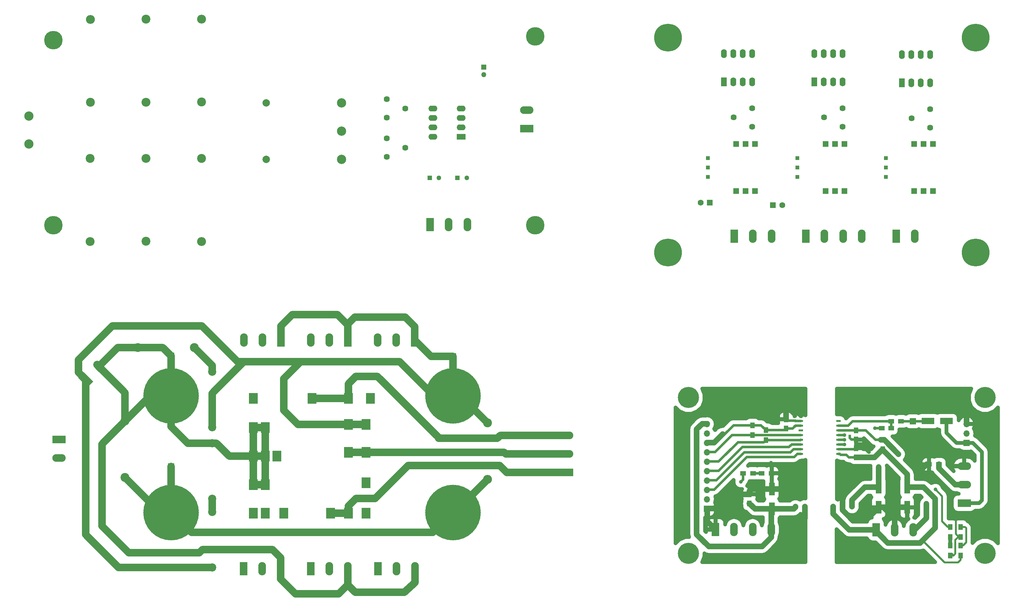
<source format=gtl>
G04 #@! TF.FileFunction,Copper,L1,Top,Signal*
%FSLAX46Y46*%
G04 Gerber Fmt 4.6, Leading zero omitted, Abs format (unit mm)*
G04 Created by KiCad (PCBNEW 4.0.6) date 2017 August 07, Monday 22:44:53*
%MOMM*%
%LPD*%
G01*
G04 APERTURE LIST*
%ADD10C,0.100000*%
%ADD11R,2.100000X3.600000*%
%ADD12O,2.100000X3.600000*%
%ADD13R,2.400000X1.600000*%
%ADD14O,2.400000X1.600000*%
%ADD15R,1.350000X1.350000*%
%ADD16O,1.350000X1.350000*%
%ADD17R,3.600000X2.100000*%
%ADD18O,3.600000X2.100000*%
%ADD19C,2.400000*%
%ADD20O,2.400000X2.400000*%
%ADD21C,2.500000*%
%ADD22R,1.300000X1.300000*%
%ADD23C,1.300000*%
%ADD24C,5.000000*%
%ADD25C,2.000000*%
%ADD26C,1.620000*%
%ADD27R,2.400000X3.000000*%
%ADD28R,1.700000X1.700000*%
%ADD29C,2.200000*%
%ADD30C,15.000000*%
%ADD31C,2.100000*%
%ADD32O,1.700000X1.700000*%
%ADD33R,1.250000X1.500000*%
%ADD34R,1.500000X1.250000*%
%ADD35R,1.500000X1.300000*%
%ADD36R,3.500000X1.800000*%
%ADD37R,1.300000X1.500000*%
%ADD38R,1.143000X0.508000*%
%ADD39R,1.600000X3.500000*%
%ADD40C,1.524000*%
%ADD41C,5.700000*%
%ADD42R,0.750000X0.800000*%
%ADD43R,1.600000X2.400000*%
%ADD44O,1.600000X2.400000*%
%ADD45R,1.600000X1.600000*%
%ADD46C,1.600000*%
%ADD47R,1.100000X1.100000*%
%ADD48R,1.500000X1.500000*%
%ADD49C,7.500000*%
%ADD50C,1.000000*%
%ADD51C,0.600000*%
%ADD52C,0.700000*%
%ADD53C,1.500000*%
%ADD54C,2.000000*%
%ADD55C,0.400000*%
%ADD56C,1.000000*%
%ADD57C,0.500000*%
G04 APERTURE END LIST*
D10*
D11*
X131445000Y-79476600D03*
D12*
X136445000Y-79476600D03*
X141445000Y-79476600D03*
D13*
X139827000Y-55753000D03*
D14*
X132207000Y-48133000D03*
X139827000Y-53213000D03*
X132207000Y-50673000D03*
X139827000Y-50673000D03*
X132207000Y-53213000D03*
X139827000Y-48133000D03*
X132207000Y-55753000D03*
D15*
X145923000Y-36957000D03*
D16*
X145923000Y-38957000D03*
D17*
X157454600Y-53568600D03*
D18*
X157454600Y-48568600D03*
D19*
X39751000Y-61595000D03*
D20*
X39751000Y-83995000D03*
D19*
X39769000Y-46431200D03*
D20*
X39769000Y-24031200D03*
D19*
X54769000Y-83947000D03*
D20*
X54769000Y-61547000D03*
D19*
X54769000Y-24003000D03*
D20*
X54769000Y-46403000D03*
D19*
X69769000Y-61595000D03*
D20*
X69769000Y-83995000D03*
D19*
X69769000Y-46355000D03*
D20*
X69769000Y-23955000D03*
D21*
X23241000Y-57665000D03*
X23241000Y-50165000D03*
D22*
X131318000Y-66802000D03*
D23*
X133818000Y-66802000D03*
D22*
X138811000Y-66802000D03*
D23*
X141311000Y-66802000D03*
D24*
X159769000Y-28645000D03*
X159769000Y-79645000D03*
X29769000Y-79645000D03*
X29769000Y-29645000D03*
D25*
X87249000Y-61849000D03*
X87249000Y-46609000D03*
D21*
X107569000Y-61849000D03*
X107569000Y-54229000D03*
X107569000Y-46609000D03*
D26*
X119735600Y-45596800D03*
X124735600Y-48096800D03*
X119735600Y-50596800D03*
X119735600Y-56163200D03*
X124735600Y-58663200D03*
X119735600Y-61163200D03*
D27*
X83762000Y-126372000D03*
X83762000Y-149632000D03*
X83762000Y-134222000D03*
X86942000Y-149632000D03*
X86942000Y-134222000D03*
X83762000Y-141922000D03*
X86942000Y-141922000D03*
X90112000Y-141922000D03*
X83762000Y-157322000D03*
X86942000Y-157322000D03*
X91942000Y-157322000D03*
X99562000Y-126372000D03*
X104562000Y-157322000D03*
X109362000Y-157322000D03*
X114162000Y-157322000D03*
X114162000Y-149122000D03*
X109362000Y-133332000D03*
X109362000Y-126372000D03*
X109362000Y-140922000D03*
X114162000Y-140922000D03*
X114162000Y-133332000D03*
X115362000Y-126372000D03*
D28*
X61518800Y-114858800D03*
X61518800Y-144703800D03*
X137591800Y-114985800D03*
D29*
X72644000Y-171958000D03*
X72644000Y-156958000D03*
X72644000Y-153416000D03*
X72644000Y-138416000D03*
X72644000Y-134112000D03*
X72644000Y-119112000D03*
D19*
X146939000Y-132969000D03*
D20*
X146939000Y-148209000D03*
D19*
X49149000Y-147701000D03*
D20*
X49149000Y-132461000D03*
D19*
X67818000Y-112649000D03*
D20*
X52578000Y-112649000D03*
D30*
X137562000Y-157152000D03*
X137562000Y-125652000D03*
X61562000Y-125652000D03*
X61562000Y-157152000D03*
D11*
X91186000Y-110617000D03*
D12*
X86186000Y-110617000D03*
X81186000Y-110617000D03*
D11*
X81127600Y-172339000D03*
D12*
X86127600Y-172339000D03*
X91127600Y-172339000D03*
D11*
X109220000Y-110617000D03*
D12*
X104220000Y-110617000D03*
X99220000Y-110617000D03*
D11*
X99263200Y-172339000D03*
D12*
X104263200Y-172339000D03*
X109263200Y-172339000D03*
D11*
X127254000Y-110617000D03*
D12*
X122254000Y-110617000D03*
X117254000Y-110617000D03*
D11*
X117348000Y-172339000D03*
D12*
X122348000Y-172339000D03*
X127348000Y-172339000D03*
D17*
X168275000Y-146304000D03*
D18*
X168275000Y-141304000D03*
X168275000Y-136304000D03*
D17*
X31369000Y-137414000D03*
D18*
X31369000Y-142414000D03*
D10*
G36*
X39062130Y-123300254D02*
X36516546Y-120754670D01*
X38001470Y-119269746D01*
X40547054Y-121815330D01*
X39062130Y-123300254D01*
X39062130Y-123300254D01*
G37*
D31*
X41537004Y-117219136D02*
X42597664Y-118279796D01*
D28*
X276092000Y-138329000D03*
D32*
X276092000Y-135789000D03*
X276092000Y-133249000D03*
D17*
X275492000Y-154629000D03*
D18*
X275492000Y-149629000D03*
X275492000Y-144629000D03*
D33*
X227392000Y-134479000D03*
X227392000Y-131979000D03*
D34*
X255742000Y-134429000D03*
X253242000Y-134429000D03*
D33*
X253492000Y-137561000D03*
X253492000Y-140061000D03*
X246316500Y-134957500D03*
X246316500Y-137457500D03*
X246316500Y-139783500D03*
X246316500Y-142283500D03*
D35*
X223536500Y-146558000D03*
X220836500Y-146558000D03*
D36*
X270724000Y-132461000D03*
X265724000Y-132461000D03*
D28*
X206092000Y-156129000D03*
D32*
X206092000Y-153589000D03*
X206092000Y-151049000D03*
X206092000Y-148509000D03*
X206092000Y-145969000D03*
X206092000Y-143429000D03*
X206092000Y-140889000D03*
X206092000Y-138349000D03*
X206092000Y-135809000D03*
X206092000Y-133269000D03*
D11*
X208407000Y-161734500D03*
D12*
X213407000Y-161734500D03*
X218407000Y-161734500D03*
X223407000Y-161734500D03*
D11*
X251714000Y-161861500D03*
D12*
X256714000Y-161861500D03*
X261714000Y-161861500D03*
D37*
X218376500Y-133587500D03*
X218376500Y-136287500D03*
D35*
X215820000Y-146558000D03*
X218520000Y-146558000D03*
D37*
X221996000Y-134921000D03*
X221996000Y-137621000D03*
D35*
X258442000Y-132529000D03*
X255742000Y-132529000D03*
X265985000Y-144145000D03*
X268685000Y-144145000D03*
D37*
X271742000Y-161029000D03*
X271742000Y-163729000D03*
X274492000Y-163729000D03*
X274492000Y-161029000D03*
D28*
X261592000Y-132529000D03*
D38*
X231394000Y-132461000D03*
X231394000Y-133731000D03*
X231394000Y-135001000D03*
X231394000Y-136271000D03*
X231394000Y-137541000D03*
X231394000Y-138811000D03*
X231394000Y-140081000D03*
X231394000Y-141351000D03*
X241554000Y-141351000D03*
X241554000Y-140081000D03*
X241554000Y-138811000D03*
X241554000Y-137541000D03*
X241554000Y-136271000D03*
X241554000Y-135001000D03*
X241554000Y-133731000D03*
X241554000Y-132461000D03*
D39*
X223583500Y-156179500D03*
X223583500Y-150779500D03*
D33*
X217551000Y-154729500D03*
X217551000Y-152229500D03*
D39*
X252412500Y-150335000D03*
X252412500Y-155735000D03*
X260096000Y-155735000D03*
X260096000Y-150335000D03*
D37*
X271742000Y-168729000D03*
X271742000Y-166029000D03*
X274492000Y-168729000D03*
X274492000Y-166029000D03*
D40*
X229997000Y-155575000D03*
X232537000Y-155575000D03*
X240157000Y-155575000D03*
X242697000Y-155575000D03*
X245237000Y-155575000D03*
D41*
X201092000Y-126129000D03*
X201092000Y-168129000D03*
X281092000Y-126129000D03*
X281092000Y-168129000D03*
D42*
X229792000Y-133879000D03*
X229792000Y-132379000D03*
X244592000Y-134979000D03*
X244592000Y-136479000D03*
X243492000Y-140079000D03*
X243492000Y-141579000D03*
D11*
X213487000Y-82550000D03*
D12*
X218487000Y-82550000D03*
X223487000Y-82550000D03*
D11*
X232791000Y-82550000D03*
D12*
X237791000Y-82550000D03*
X242791000Y-82550000D03*
X247791000Y-82550000D03*
D11*
X257175000Y-82550000D03*
D12*
X262175000Y-82550000D03*
D43*
X235077000Y-40894000D03*
D44*
X242697000Y-33274000D03*
X237617000Y-40894000D03*
X240157000Y-33274000D03*
X240157000Y-40894000D03*
X237617000Y-33274000D03*
X242697000Y-40894000D03*
X235077000Y-33274000D03*
D43*
X258699000Y-41148000D03*
D44*
X266319000Y-33528000D03*
X261239000Y-41148000D03*
X263779000Y-33528000D03*
X263779000Y-41148000D03*
X261239000Y-33528000D03*
X266319000Y-41148000D03*
X258699000Y-33528000D03*
D43*
X210693000Y-40894000D03*
D44*
X218313000Y-33274000D03*
X213233000Y-40894000D03*
X215773000Y-33274000D03*
X215773000Y-40894000D03*
X213233000Y-33274000D03*
X218313000Y-40894000D03*
X210693000Y-33274000D03*
D45*
X206883000Y-73533000D03*
D46*
X204383000Y-73533000D03*
D45*
X223901000Y-74168000D03*
D46*
X226401000Y-74168000D03*
D26*
X218313000Y-53006000D03*
X213313000Y-50506000D03*
X218313000Y-48006000D03*
X242697000Y-53006000D03*
X237697000Y-50506000D03*
X242697000Y-48006000D03*
X266319000Y-53260000D03*
X261319000Y-50760000D03*
X266319000Y-48260000D03*
D47*
X230441000Y-66548000D03*
X230441000Y-61468000D03*
X230441000Y-64008000D03*
D48*
X243141000Y-70358000D03*
X240601000Y-70358000D03*
X238061000Y-70358000D03*
X243141000Y-57658000D03*
X240601000Y-57658000D03*
X238061000Y-57658000D03*
D47*
X254317000Y-66548000D03*
X254317000Y-61468000D03*
X254317000Y-64008000D03*
D48*
X267017000Y-70358000D03*
X264477000Y-70358000D03*
X261937000Y-70358000D03*
X267017000Y-57658000D03*
X264477000Y-57658000D03*
X261937000Y-57658000D03*
D47*
X206311000Y-66548000D03*
X206311000Y-61468000D03*
X206311000Y-64008000D03*
D48*
X219011000Y-70358000D03*
X216471000Y-70358000D03*
X213931000Y-70358000D03*
X219011000Y-57658000D03*
X216471000Y-57658000D03*
X213931000Y-57658000D03*
D49*
X195573000Y-28976000D03*
X278573000Y-28976000D03*
X195573000Y-86976000D03*
X278573000Y-86976000D03*
D50*
X210312000Y-136017000D03*
X215265000Y-148844000D03*
X230492000Y-147429000D03*
X230492000Y-150929000D03*
X229892000Y-161429000D03*
X229892000Y-163829000D03*
X227392000Y-129429000D03*
X223392000Y-143729000D03*
X223492000Y-132429000D03*
D51*
X115570000Y-126390400D03*
X99466400Y-126542800D03*
X83769200Y-126339600D03*
X114350800Y-149250400D03*
X109362000Y-140922000D03*
X114162000Y-157322000D03*
X90112000Y-141922000D03*
X109321600Y-157581600D03*
X91942000Y-157322000D03*
X83762000Y-157322000D03*
X86942000Y-157322000D03*
D50*
X270792000Y-147329000D03*
X243192000Y-138829000D03*
X252392000Y-144929000D03*
X267692000Y-150929000D03*
X257746500Y-141414500D03*
X265303000Y-154813000D03*
X249692000Y-128929000D03*
X276092000Y-129929000D03*
X279992000Y-133229000D03*
X251392000Y-130429000D03*
X252992000Y-128829000D03*
X257592000Y-157929000D03*
X255792000Y-157929000D03*
X251392000Y-134429000D03*
X273192000Y-158329000D03*
X243992000Y-168129000D03*
X244092000Y-150229000D03*
X249792000Y-140829000D03*
X264007600Y-145516600D03*
X242760500Y-151892000D03*
X243192000Y-136229000D03*
X243192000Y-137529000D03*
D52*
X227392000Y-134479000D02*
X229192000Y-134479000D01*
X229192000Y-134479000D02*
X229792000Y-133879000D01*
X221996000Y-134921000D02*
X226950000Y-134921000D01*
X226950000Y-134921000D02*
X227392000Y-134479000D01*
X231394000Y-133731000D02*
X229940000Y-133731000D01*
X229940000Y-133731000D02*
X229792000Y-133879000D01*
X215820000Y-146558000D02*
X215820000Y-148289000D01*
X215820000Y-148289000D02*
X215265000Y-148844000D01*
D53*
X206184500Y-138303000D02*
X208026000Y-138303000D01*
X208026000Y-138303000D02*
X210312000Y-136017000D01*
D52*
X206184500Y-138303000D02*
X208534000Y-138303000D01*
X213249500Y-133587500D02*
X218376500Y-133587500D01*
X208534000Y-138303000D02*
X213249500Y-133587500D01*
X218376500Y-133587500D02*
X220662500Y-133587500D01*
X220662500Y-133587500D02*
X221996000Y-134921000D01*
D53*
X230492000Y-150929000D02*
X230492000Y-147429000D01*
X230408500Y-150845500D02*
X230408500Y-150779500D01*
X230492000Y-150929000D02*
X230408500Y-150845500D01*
X232537000Y-155575000D02*
X232537000Y-158784000D01*
X232537000Y-158784000D02*
X229892000Y-161429000D01*
X229892000Y-166529000D02*
X229892000Y-163829000D01*
X227392000Y-129429000D02*
X227392000Y-131979000D01*
D52*
X227392000Y-131979000D02*
X223942000Y-131979000D01*
X223536500Y-143873500D02*
X223536500Y-146558000D01*
X223392000Y-143729000D02*
X223536500Y-143873500D01*
X223942000Y-131979000D02*
X223492000Y-132429000D01*
X229792000Y-132379000D02*
X227792000Y-132379000D01*
X227792000Y-132379000D02*
X227392000Y-131979000D01*
X231394000Y-132461000D02*
X229874000Y-132461000D01*
X229874000Y-132461000D02*
X229792000Y-132379000D01*
X223536500Y-146558000D02*
X223536500Y-150732500D01*
X223536500Y-150732500D02*
X223583500Y-150779500D01*
D53*
X217551000Y-152229500D02*
X212006500Y-152229500D01*
X208153000Y-156083000D02*
X206184500Y-156083000D01*
X212006500Y-152229500D02*
X208153000Y-156083000D01*
X223583500Y-150779500D02*
X230408500Y-150779500D01*
X217551000Y-152229500D02*
X217551000Y-151384000D01*
X218155500Y-150779500D02*
X223583500Y-150779500D01*
X217551000Y-151384000D02*
X218155500Y-150779500D01*
X206184500Y-156083000D02*
X206184500Y-159512000D01*
X206184500Y-159512000D02*
X208407000Y-161734500D01*
D54*
X61562000Y-157152000D02*
X61648000Y-157152000D01*
X61648000Y-157152000D02*
X67030600Y-162534600D01*
X132179400Y-162534600D02*
X137562000Y-157152000D01*
X67030600Y-162534600D02*
X132179400Y-162534600D01*
X61562000Y-157152000D02*
X61562000Y-144747000D01*
X61562000Y-144747000D02*
X61518800Y-144703800D01*
X137562000Y-157152000D02*
X137996000Y-157152000D01*
X137996000Y-157152000D02*
X146939000Y-148209000D01*
X61562000Y-157152000D02*
X58600000Y-157152000D01*
X137562000Y-157152000D02*
X132027000Y-157152000D01*
X58600000Y-157152000D02*
X49149000Y-147701000D01*
X72644000Y-153416000D02*
X72644000Y-156958000D01*
X72644000Y-119112000D02*
X72644000Y-117475000D01*
X72644000Y-117475000D02*
X67818000Y-112649000D01*
X109362000Y-133332000D02*
X114162000Y-133332000D01*
X81534000Y-116459000D02*
X79502000Y-116459000D01*
X36576000Y-119329200D02*
X38531800Y-121285000D01*
X36576000Y-115951000D02*
X36576000Y-119329200D01*
X45720000Y-106807000D02*
X36576000Y-115951000D01*
X69850000Y-106807000D02*
X45720000Y-106807000D01*
X79502000Y-116459000D02*
X69850000Y-106807000D01*
X72644000Y-171958000D02*
X47371000Y-171958000D01*
X47371000Y-171958000D02*
X38531800Y-163118800D01*
X38531800Y-163118800D02*
X38531800Y-121285000D01*
X91186000Y-110617000D02*
X91186000Y-106807000D01*
X106426000Y-103759000D02*
X109220000Y-106553000D01*
X94234000Y-103759000D02*
X106426000Y-103759000D01*
X91186000Y-106807000D02*
X94234000Y-103759000D01*
X127254000Y-110617000D02*
X127254000Y-106934000D01*
X109220000Y-106299000D02*
X109220000Y-106553000D01*
X109220000Y-106553000D02*
X109220000Y-110617000D01*
X111125000Y-104394000D02*
X109220000Y-106299000D01*
X124714000Y-104394000D02*
X111125000Y-104394000D01*
X127254000Y-106934000D02*
X124714000Y-104394000D01*
X137591800Y-114985800D02*
X131622800Y-114985800D01*
X131622800Y-114985800D02*
X127254000Y-110617000D01*
X137562000Y-125652000D02*
X137562000Y-115015600D01*
X137562000Y-115015600D02*
X137591800Y-114985800D01*
X72644000Y-134112000D02*
X72644000Y-124968000D01*
X81153000Y-116459000D02*
X81534000Y-116459000D01*
X81534000Y-116459000D02*
X96520000Y-116459000D01*
X72644000Y-124968000D02*
X81153000Y-116459000D01*
X137562000Y-125652000D02*
X139622000Y-125652000D01*
X139622000Y-125652000D02*
X146939000Y-132969000D01*
X137562000Y-125652000D02*
X132383000Y-125652000D01*
X132383000Y-125652000D02*
X123190000Y-116459000D01*
X123190000Y-116459000D02*
X96520000Y-116459000D01*
X96520000Y-116459000D02*
X91948000Y-121031000D01*
X91948000Y-121031000D02*
X91948000Y-129540000D01*
X91948000Y-129540000D02*
X95740000Y-133332000D01*
X95740000Y-133332000D02*
X109362000Y-133332000D01*
X77279000Y-141922000D02*
X83762000Y-141922000D01*
X73773000Y-138416000D02*
X77279000Y-141922000D01*
X83762000Y-141922000D02*
X86942000Y-141922000D01*
X83762000Y-134222000D02*
X83762000Y-141922000D01*
X83762000Y-141922000D02*
X83762000Y-149632000D01*
X91127600Y-172339000D02*
X91127600Y-169359600D01*
X42926000Y-138684000D02*
X49149000Y-132461000D01*
X42926000Y-160782000D02*
X42926000Y-138684000D01*
X50139600Y-167995600D02*
X42926000Y-160782000D01*
X69138800Y-167995600D02*
X50139600Y-167995600D01*
X70002400Y-167132000D02*
X69138800Y-167995600D01*
X88900000Y-167132000D02*
X70002400Y-167132000D01*
X91127600Y-169359600D02*
X88900000Y-167132000D01*
X91127600Y-172339000D02*
X91127600Y-175074600D01*
X106807000Y-179070000D02*
X109263200Y-176613800D01*
X95123000Y-179070000D02*
X106807000Y-179070000D01*
X91127600Y-175074600D02*
X95123000Y-179070000D01*
X127373400Y-172491400D02*
X127373400Y-176029600D01*
X109263200Y-176700200D02*
X109263200Y-176613800D01*
X109263200Y-176613800D02*
X109263200Y-172339000D01*
X111252000Y-178689000D02*
X109263200Y-176700200D01*
X124460000Y-178689000D02*
X111252000Y-178689000D01*
X127373400Y-176029600D02*
X124460000Y-178689000D01*
X61562000Y-125652000D02*
X61562000Y-114902000D01*
X61562000Y-114902000D02*
X61518800Y-114858800D01*
X52578000Y-112649000D02*
X59309000Y-112649000D01*
X59309000Y-112649000D02*
X61518800Y-114858800D01*
X52578000Y-112649000D02*
X47167800Y-112649000D01*
X47167800Y-112649000D02*
X42067334Y-117749466D01*
X72644000Y-138416000D02*
X73773000Y-138416000D01*
X86942000Y-149632000D02*
X86942000Y-141922000D01*
X86942000Y-141922000D02*
X86942000Y-134222000D01*
X83762000Y-134222000D02*
X86942000Y-134222000D01*
X83762000Y-149632000D02*
X86942000Y-149632000D01*
X61562000Y-125652000D02*
X61562000Y-133952000D01*
X66026000Y-138416000D02*
X72644000Y-138416000D01*
X61562000Y-133952000D02*
X66026000Y-138416000D01*
X49149000Y-132461000D02*
X49149000Y-124831132D01*
X49149000Y-124831132D02*
X42067334Y-117749466D01*
X61562000Y-125652000D02*
X55958000Y-125652000D01*
X55958000Y-125652000D02*
X49149000Y-132461000D01*
D55*
X115570000Y-126390400D02*
X115551600Y-126372000D01*
X115551600Y-126372000D02*
X115362000Y-126372000D01*
D54*
X168275000Y-136304000D02*
X150335000Y-136304000D01*
X150335000Y-136304000D02*
X149504400Y-137134600D01*
X149504400Y-137134600D02*
X133705600Y-137134600D01*
D55*
X99466400Y-126542800D02*
X99562000Y-126447200D01*
X99562000Y-126447200D02*
X99562000Y-126372000D01*
D54*
X109362000Y-122413000D02*
X109362000Y-126372000D01*
X111379000Y-120396000D02*
X109362000Y-122413000D01*
X117221000Y-120396000D02*
X111379000Y-120396000D01*
X133604000Y-136779000D02*
X117221000Y-120396000D01*
X99562000Y-126372000D02*
X109362000Y-126372000D01*
D55*
X83769200Y-126339600D02*
X83762000Y-126346800D01*
X83762000Y-126346800D02*
X83762000Y-126372000D01*
X114350800Y-149250400D02*
X114222400Y-149122000D01*
X114222400Y-149122000D02*
X114162000Y-149122000D01*
X114222400Y-149122000D02*
X114162000Y-149122000D01*
D54*
X168275000Y-141304000D02*
X151812000Y-141304000D01*
X151812000Y-141304000D02*
X151430000Y-140922000D01*
X151430000Y-140922000D02*
X114162000Y-140922000D01*
X151812000Y-141304000D02*
X151430000Y-140922000D01*
X114162000Y-140922000D02*
X109362000Y-140922000D01*
X109362000Y-140922000D02*
X114162000Y-140922000D01*
X114544000Y-141304000D02*
X114162000Y-140922000D01*
X168275000Y-146304000D02*
X152097598Y-146304000D01*
X109362000Y-155407600D02*
X111455200Y-153314400D01*
X111455200Y-153314400D02*
X116583602Y-153314400D01*
X116583602Y-153314400D02*
X125476000Y-144422002D01*
X125476000Y-144422002D02*
X150215600Y-144422002D01*
X150215600Y-144422002D02*
X152097598Y-146304000D01*
X109362000Y-155407600D02*
X109362000Y-157322000D01*
D55*
X109321600Y-157581600D02*
X109362000Y-157541200D01*
X109362000Y-157541200D02*
X109362000Y-157322000D01*
D54*
X104562000Y-157322000D02*
X109362000Y-157322000D01*
D55*
X91942000Y-157372400D02*
X91942000Y-157322000D01*
D53*
X203327000Y-158178500D02*
X203327000Y-163068000D01*
X204787500Y-133223000D02*
X203327000Y-134683500D01*
X203327000Y-134683500D02*
X203327000Y-158178500D01*
X206184500Y-133223000D02*
X204787500Y-133223000D01*
X223407000Y-163879500D02*
X223407000Y-161734500D01*
X220980000Y-166306500D02*
X223407000Y-163879500D01*
X206565500Y-166306500D02*
X220980000Y-166306500D01*
X203327000Y-163068000D02*
X206565500Y-166306500D01*
X223407000Y-161734500D02*
X223407000Y-156356000D01*
X223407000Y-156356000D02*
X223583500Y-156179500D01*
X223583500Y-156179500D02*
X219001000Y-156179500D01*
X219001000Y-156179500D02*
X217551000Y-154729500D01*
X229997000Y-155575000D02*
X229997000Y-155702000D01*
X229997000Y-155702000D02*
X229519500Y-156179500D01*
X229519500Y-156179500D02*
X223583500Y-156179500D01*
D56*
X217551000Y-154729500D02*
X217551000Y-154876500D01*
X223407000Y-156356000D02*
X223583500Y-156179500D01*
X224058500Y-156654500D02*
X223583500Y-156179500D01*
D52*
X220836500Y-146558000D02*
X218520000Y-146558000D01*
D56*
X276092000Y-138329000D02*
X277792000Y-138329000D01*
X279492000Y-154629000D02*
X275492000Y-154629000D01*
X280292000Y-153829000D02*
X279492000Y-154629000D01*
X280292000Y-140829000D02*
X280292000Y-153829000D01*
X277792000Y-138329000D02*
X280292000Y-140829000D01*
X276092000Y-138329000D02*
X273392000Y-138329000D01*
X270724000Y-135661000D02*
X270724000Y-132461000D01*
X273392000Y-138329000D02*
X270724000Y-135661000D01*
D52*
X261592000Y-132529000D02*
X265656000Y-132529000D01*
X265656000Y-132529000D02*
X265724000Y-132461000D01*
X258442000Y-132529000D02*
X261592000Y-132529000D01*
D56*
X271719500Y-165931500D02*
X271719500Y-163551500D01*
D57*
X274492000Y-166029000D02*
X275192000Y-166029000D01*
X275692000Y-161029000D02*
X274492000Y-161029000D01*
X275992000Y-161329000D02*
X275692000Y-161029000D01*
X275992000Y-165229000D02*
X275992000Y-161329000D01*
X275192000Y-166029000D02*
X275992000Y-165229000D01*
D52*
X231394000Y-140081000D02*
X229425500Y-140081000D01*
X208597500Y-148463000D02*
X206184500Y-148463000D01*
X216154000Y-140906500D02*
X208597500Y-148463000D01*
X228600000Y-140906500D02*
X216154000Y-140906500D01*
X229425500Y-140081000D02*
X228600000Y-140906500D01*
X206184500Y-145923000D02*
X209232500Y-145923000D01*
X228917500Y-138811000D02*
X231394000Y-138811000D01*
X228219000Y-139509500D02*
X228917500Y-138811000D01*
X215646000Y-139509500D02*
X228219000Y-139509500D01*
X209232500Y-145923000D02*
X215646000Y-139509500D01*
X206184500Y-143383000D02*
X209232500Y-143383000D01*
X214439500Y-138176000D02*
X221441000Y-138176000D01*
X209232500Y-143383000D02*
X214439500Y-138176000D01*
X221441000Y-138176000D02*
X221996000Y-137621000D01*
X221996000Y-137621000D02*
X231314000Y-137621000D01*
X231314000Y-137621000D02*
X231394000Y-137541000D01*
X206184500Y-140843000D02*
X208280000Y-140843000D01*
X212835500Y-136287500D02*
X218376500Y-136287500D01*
X208280000Y-140843000D02*
X212835500Y-136287500D01*
X218376500Y-136287500D02*
X231377500Y-136287500D01*
X231377500Y-136287500D02*
X231394000Y-136271000D01*
D53*
X268685000Y-144145000D02*
X268685000Y-145222000D01*
X268685000Y-145222000D02*
X270792000Y-147329000D01*
X275492000Y-149629000D02*
X273092000Y-149629000D01*
X273092000Y-149629000D02*
X270792000Y-147329000D01*
D52*
X241554000Y-138811000D02*
X243174000Y-138811000D01*
X243174000Y-138811000D02*
X243192000Y-138829000D01*
D53*
X252412500Y-150335000D02*
X252412500Y-144949500D01*
X252412500Y-144949500D02*
X252392000Y-144929000D01*
D52*
X246316500Y-134957500D02*
X248920500Y-134957500D01*
X251524000Y-137561000D02*
X253492000Y-137561000D01*
X248920500Y-134957500D02*
X251524000Y-137561000D01*
D57*
X271742000Y-161029000D02*
X270992000Y-161029000D01*
X269492000Y-152729000D02*
X267692000Y-150929000D01*
X269492000Y-159529000D02*
X269492000Y-152729000D01*
X270992000Y-161029000D02*
X269492000Y-159529000D01*
D52*
X244592000Y-134979000D02*
X246295000Y-134979000D01*
X246295000Y-134979000D02*
X246316500Y-134957500D01*
X241554000Y-135001000D02*
X244570000Y-135001000D01*
X244570000Y-135001000D02*
X244592000Y-134979000D01*
D53*
X253492000Y-137561000D02*
X253893000Y-137561000D01*
X253893000Y-137561000D02*
X257746500Y-141414500D01*
X253004000Y-137561000D02*
X253492000Y-137561000D01*
D52*
X246273000Y-135001000D02*
X246316500Y-134957500D01*
D53*
X261714000Y-161861500D02*
X262128000Y-161861500D01*
X262128000Y-161861500D02*
X265303000Y-158686500D01*
X265303000Y-158686500D02*
X265303000Y-154813000D01*
X252412500Y-149161500D02*
X252412500Y-150335000D01*
X245237000Y-155575000D02*
X245237000Y-153797000D01*
X248699000Y-150335000D02*
X252412500Y-150335000D01*
X245237000Y-153797000D02*
X248699000Y-150335000D01*
X276092000Y-133249000D02*
X276092000Y-129929000D01*
X279992000Y-133249000D02*
X280212000Y-133249000D01*
X279992000Y-133229000D02*
X279992000Y-133249000D01*
X252992000Y-128829000D02*
X251392000Y-130429000D01*
X255792000Y-157929000D02*
X255819000Y-157902000D01*
X255819000Y-157902000D02*
X255792000Y-157929000D01*
X255792000Y-157929000D02*
X255792000Y-157875000D01*
D52*
X253242000Y-134429000D02*
X251392000Y-134429000D01*
D57*
X273192000Y-162929000D02*
X273192000Y-158329000D01*
X273192000Y-162929000D02*
X273992000Y-163729000D01*
D53*
X280792000Y-158329000D02*
X273192000Y-158329000D01*
X282792000Y-156329000D02*
X280792000Y-158329000D01*
X282792000Y-135829000D02*
X282792000Y-156329000D01*
X280212000Y-133249000D02*
X282792000Y-135829000D01*
D57*
X274492000Y-163729000D02*
X273992000Y-163729000D01*
X274492000Y-163729000D02*
X273892000Y-163729000D01*
D56*
X246316500Y-138729000D02*
X247692000Y-138729000D01*
X247692000Y-138729000D02*
X249792000Y-140829000D01*
X246316500Y-139783500D02*
X246316500Y-138729000D01*
X246316500Y-138729000D02*
X246316500Y-137457500D01*
D52*
X243492000Y-140079000D02*
X246021000Y-140079000D01*
X246021000Y-140079000D02*
X246316500Y-139783500D01*
X244592000Y-136479000D02*
X244592000Y-137029000D01*
X244592000Y-137029000D02*
X245020500Y-137457500D01*
X245020500Y-137457500D02*
X246316500Y-137457500D01*
X241554000Y-140081000D02*
X243490000Y-140081000D01*
X243490000Y-140081000D02*
X243492000Y-140079000D01*
D57*
X265379200Y-144145000D02*
X265985000Y-144145000D01*
X271742000Y-168729000D02*
X272592000Y-168729000D01*
X272592000Y-168729000D02*
X273092000Y-168229000D01*
X273092000Y-168229000D02*
X273092000Y-164529000D01*
X273092000Y-164529000D02*
X273892000Y-163729000D01*
D53*
X265985000Y-144145000D02*
X265379200Y-144145000D01*
X265379200Y-144145000D02*
X264007600Y-145516600D01*
X242697000Y-155575000D02*
X242697000Y-151955500D01*
X242697000Y-151955500D02*
X242760500Y-151892000D01*
D56*
X271719500Y-168631500D02*
X272084000Y-168631500D01*
D53*
X252412500Y-155735000D02*
X253652000Y-155735000D01*
X256714000Y-158797000D02*
X256714000Y-161861500D01*
X253652000Y-155735000D02*
X255792000Y-157875000D01*
X255792000Y-157875000D02*
X256714000Y-158797000D01*
X252412500Y-155735000D02*
X260096000Y-155735000D01*
X242697000Y-155575000D02*
X242697000Y-156527500D01*
X242697000Y-156527500D02*
X244665500Y-158496000D01*
X244665500Y-158496000D02*
X249651500Y-158496000D01*
X249651500Y-158496000D02*
X252412500Y-155735000D01*
D52*
X246019000Y-140081000D02*
X246316500Y-139783500D01*
D57*
X274492000Y-168729000D02*
X274492000Y-169929000D01*
X270192000Y-170629000D02*
X264252750Y-164689750D01*
X273792000Y-170629000D02*
X270192000Y-170629000D01*
X274492000Y-169929000D02*
X273792000Y-170629000D01*
D52*
X243492000Y-141579000D02*
X243642000Y-141579000D01*
X243642000Y-141579000D02*
X244346500Y-142283500D01*
X244346500Y-142283500D02*
X246316500Y-142283500D01*
X241554000Y-141351000D02*
X241914000Y-141351000D01*
X241914000Y-141351000D02*
X242142000Y-141579000D01*
X242142000Y-141579000D02*
X243492000Y-141579000D01*
D53*
X253492000Y-140061000D02*
X253492000Y-140208000D01*
X253492000Y-140208000D02*
X260096000Y-146812000D01*
X260096000Y-146812000D02*
X260096000Y-150335000D01*
X248539000Y-142283500D02*
X251269500Y-142283500D01*
X251269500Y-142283500D02*
X253492000Y-140061000D01*
X251714000Y-161861500D02*
X251714000Y-162179000D01*
X251714000Y-162179000D02*
X254889000Y-165354000D01*
X264508000Y-150335000D02*
X260096000Y-150335000D01*
X267652500Y-153479500D02*
X264508000Y-150335000D01*
X267652500Y-161290000D02*
X267652500Y-153479500D01*
X263588500Y-165354000D02*
X264252750Y-164689750D01*
X264252750Y-164689750D02*
X267652500Y-161290000D01*
X254889000Y-165354000D02*
X263588500Y-165354000D01*
X240157000Y-155575000D02*
X240157000Y-157543500D01*
X244475000Y-161861500D02*
X251714000Y-161861500D01*
X240157000Y-157543500D02*
X244475000Y-161861500D01*
X246316500Y-142283500D02*
X248539000Y-142283500D01*
D52*
X206184500Y-151003000D02*
X208026000Y-151003000D01*
X230441500Y-141351000D02*
X231394000Y-141351000D01*
X229616000Y-142176500D02*
X230441500Y-141351000D01*
X216852500Y-142176500D02*
X229616000Y-142176500D01*
X208026000Y-151003000D02*
X216852500Y-142176500D01*
X241554000Y-136271000D02*
X243150000Y-136271000D01*
X243150000Y-136271000D02*
X243192000Y-136229000D01*
X241554000Y-137541000D02*
X243180000Y-137541000D01*
X243180000Y-137541000D02*
X243192000Y-137529000D01*
X255742000Y-134429000D02*
X255742000Y-132529000D01*
X241554000Y-133731000D02*
X244190000Y-133731000D01*
X245392000Y-132529000D02*
X255742000Y-132529000D01*
X244190000Y-133731000D02*
X245392000Y-132529000D01*
D56*
G36*
X242884010Y-163452490D02*
X243613962Y-163940229D01*
X244475000Y-164111500D01*
X249219287Y-164111500D01*
X249239207Y-164217367D01*
X249567724Y-164727896D01*
X250068983Y-165070392D01*
X250664000Y-165190886D01*
X251543906Y-165190886D01*
X253298010Y-166944990D01*
X254027962Y-167432729D01*
X254889000Y-167604000D01*
X263588500Y-167604000D01*
X264449538Y-167432729D01*
X264492289Y-167404163D01*
X267667126Y-170579000D01*
X241048010Y-170579000D01*
X241071988Y-161640468D01*
X242884010Y-163452490D01*
X242884010Y-163452490D01*
G37*
X242884010Y-163452490D02*
X243613962Y-163940229D01*
X244475000Y-164111500D01*
X249219287Y-164111500D01*
X249239207Y-164217367D01*
X249567724Y-164727896D01*
X250068983Y-165070392D01*
X250664000Y-165190886D01*
X251543906Y-165190886D01*
X253298010Y-166944990D01*
X254027962Y-167432729D01*
X254889000Y-167604000D01*
X263588500Y-167604000D01*
X264449538Y-167432729D01*
X264492289Y-167404163D01*
X267667126Y-170579000D01*
X241048010Y-170579000D01*
X241071988Y-161640468D01*
X242884010Y-163452490D01*
G36*
X271792000Y-168679000D02*
X271812000Y-168679000D01*
X271812000Y-168779000D01*
X271792000Y-168779000D01*
X271792000Y-168799000D01*
X271692000Y-168799000D01*
X271692000Y-168779000D01*
X271672000Y-168779000D01*
X271672000Y-168679000D01*
X271692000Y-168679000D01*
X271692000Y-168659000D01*
X271792000Y-168659000D01*
X271792000Y-168679000D01*
X271792000Y-168679000D01*
G37*
X271792000Y-168679000D02*
X271812000Y-168679000D01*
X271812000Y-168779000D01*
X271792000Y-168779000D01*
X271792000Y-168799000D01*
X271692000Y-168799000D01*
X271692000Y-168779000D01*
X271672000Y-168779000D01*
X271672000Y-168679000D01*
X271692000Y-168679000D01*
X271692000Y-168659000D01*
X271792000Y-168659000D01*
X271792000Y-168679000D01*
G36*
X276742756Y-125259935D02*
X276741246Y-126990472D01*
X277402099Y-128589858D01*
X278624705Y-129814601D01*
X280222935Y-130478244D01*
X281953472Y-130479754D01*
X283552858Y-129818901D01*
X284542000Y-128831485D01*
X284542000Y-165427822D01*
X283559295Y-164443399D01*
X281961065Y-163779756D01*
X280230528Y-163778246D01*
X278631142Y-164439099D01*
X277717754Y-165350893D01*
X277742000Y-165229000D01*
X277742000Y-161329000D01*
X277608789Y-160659304D01*
X277229437Y-160091563D01*
X276929437Y-159791563D01*
X276370509Y-159418100D01*
X276238276Y-159212604D01*
X275737017Y-158870108D01*
X275142000Y-158749614D01*
X273842000Y-158749614D01*
X273286133Y-158854207D01*
X273120105Y-158961043D01*
X272987017Y-158870108D01*
X272392000Y-158749614D01*
X271242000Y-158749614D01*
X271242000Y-152729000D01*
X271108789Y-152059304D01*
X270729437Y-151491563D01*
X269637108Y-150399234D01*
X269388506Y-149797571D01*
X268826388Y-149234471D01*
X268091570Y-148929348D01*
X267295921Y-148928654D01*
X266579608Y-149224628D01*
X266098990Y-148744010D01*
X265369038Y-148256271D01*
X264508000Y-148085000D01*
X262346000Y-148085000D01*
X262346000Y-146812000D01*
X262174729Y-145950962D01*
X262032439Y-145738010D01*
X261686990Y-145221009D01*
X261035981Y-144570000D01*
X263735000Y-144570000D01*
X263735000Y-145093368D01*
X263963361Y-145644681D01*
X264385318Y-146066638D01*
X264936631Y-146295000D01*
X265560000Y-146295000D01*
X265935000Y-145920000D01*
X265935000Y-144195000D01*
X264110000Y-144195000D01*
X263735000Y-144570000D01*
X261035981Y-144570000D01*
X259662613Y-143196632D01*
X263735000Y-143196632D01*
X263735000Y-143720000D01*
X264110000Y-144095000D01*
X265935000Y-144095000D01*
X265935000Y-142370000D01*
X265560000Y-141995000D01*
X264936631Y-141995000D01*
X264385318Y-142223362D01*
X263963361Y-142645319D01*
X263735000Y-143196632D01*
X259662613Y-143196632D01*
X259391155Y-142925175D01*
X259825229Y-142275538D01*
X259996500Y-141414500D01*
X259825229Y-140553462D01*
X259337490Y-139823510D01*
X256097366Y-136583386D01*
X256492000Y-136583386D01*
X257047867Y-136478793D01*
X257558396Y-136150276D01*
X257900892Y-135649017D01*
X258021386Y-135054000D01*
X258021386Y-134708386D01*
X259192000Y-134708386D01*
X259747867Y-134603793D01*
X259814651Y-134560819D01*
X260146983Y-134787892D01*
X260742000Y-134908386D01*
X262442000Y-134908386D01*
X262997867Y-134803793D01*
X263219691Y-134661053D01*
X263378983Y-134769892D01*
X263974000Y-134890386D01*
X267474000Y-134890386D01*
X268029867Y-134785793D01*
X268221645Y-134662387D01*
X268378983Y-134769892D01*
X268724000Y-134839760D01*
X268724000Y-135660995D01*
X268723999Y-135661000D01*
X268876241Y-136426367D01*
X269309786Y-137075214D01*
X271977784Y-139743211D01*
X271977786Y-139743214D01*
X272558150Y-140131000D01*
X272626633Y-140176759D01*
X273392000Y-140329001D01*
X273392005Y-140329000D01*
X274268082Y-140329000D01*
X274646983Y-140587892D01*
X275242000Y-140708386D01*
X276942000Y-140708386D01*
X277279461Y-140644889D01*
X278292000Y-141657427D01*
X278292000Y-143191642D01*
X278080478Y-142861233D01*
X277264037Y-142292241D01*
X276292000Y-142079000D01*
X275542000Y-142079000D01*
X275542000Y-144579000D01*
X275562000Y-144579000D01*
X275562000Y-144679000D01*
X275542000Y-144679000D01*
X275542000Y-144699000D01*
X275442000Y-144699000D01*
X275442000Y-144679000D01*
X272567575Y-144679000D01*
X272231700Y-145077216D01*
X272366973Y-145558649D01*
X272657593Y-146012613D01*
X270964386Y-144319406D01*
X270964386Y-144180784D01*
X272231700Y-144180784D01*
X272567575Y-144579000D01*
X275442000Y-144579000D01*
X275442000Y-142079000D01*
X274692000Y-142079000D01*
X273719963Y-142292241D01*
X272903522Y-142861233D01*
X272366973Y-143699351D01*
X272231700Y-144180784D01*
X270964386Y-144180784D01*
X270964386Y-143495000D01*
X270859793Y-142939133D01*
X270531276Y-142428604D01*
X270030017Y-142086108D01*
X269435000Y-141965614D01*
X269040001Y-141965614D01*
X268685000Y-141895000D01*
X268329999Y-141965614D01*
X267935000Y-141965614D01*
X267379133Y-142070207D01*
X267314830Y-142111585D01*
X267033369Y-141995000D01*
X266410000Y-141995000D01*
X266035000Y-142370000D01*
X266035000Y-144095000D01*
X266055000Y-144095000D01*
X266055000Y-144195000D01*
X266035000Y-144195000D01*
X266035000Y-145920000D01*
X266410000Y-146295000D01*
X266747900Y-146295000D01*
X267094010Y-146812990D01*
X271501010Y-151219990D01*
X272230962Y-151707729D01*
X273092000Y-151879000D01*
X273543026Y-151879000D01*
X273701506Y-151984893D01*
X274026881Y-152049614D01*
X273692000Y-152049614D01*
X273136133Y-152154207D01*
X272625604Y-152482724D01*
X272283108Y-152983983D01*
X272162614Y-153579000D01*
X272162614Y-155679000D01*
X272267207Y-156234867D01*
X272595724Y-156745396D01*
X273096983Y-157087892D01*
X273692000Y-157208386D01*
X277292000Y-157208386D01*
X277847867Y-157103793D01*
X278358396Y-156775276D01*
X278458342Y-156629000D01*
X279491995Y-156629000D01*
X279492000Y-156629001D01*
X280257367Y-156476759D01*
X280906214Y-156043214D01*
X281706211Y-155243216D01*
X281706214Y-155243214D01*
X282139759Y-154594367D01*
X282175750Y-154413430D01*
X282292001Y-153829000D01*
X282292000Y-153828995D01*
X282292000Y-140829005D01*
X282292001Y-140829000D01*
X282139759Y-140063633D01*
X282097725Y-140000724D01*
X281706214Y-139414786D01*
X281706211Y-139414784D01*
X279206214Y-136914786D01*
X278557367Y-136481241D01*
X278358223Y-136441629D01*
X278488039Y-135789000D01*
X278309156Y-134889694D01*
X278056258Y-134511205D01*
X278388226Y-133748855D01*
X278404720Y-133665922D01*
X278066367Y-133299000D01*
X276142000Y-133299000D01*
X276142000Y-133319000D01*
X276042000Y-133319000D01*
X276042000Y-133299000D01*
X276022000Y-133299000D01*
X276022000Y-133199000D01*
X276042000Y-133199000D01*
X276042000Y-131274530D01*
X276142000Y-131274530D01*
X276142000Y-133199000D01*
X278066367Y-133199000D01*
X278404720Y-132832078D01*
X278388226Y-132749145D01*
X278022150Y-131908467D01*
X277362226Y-131271873D01*
X276508922Y-130936278D01*
X276142000Y-131274530D01*
X276042000Y-131274530D01*
X275675078Y-130936278D01*
X274821774Y-131271873D01*
X274161850Y-131908467D01*
X274003386Y-132272373D01*
X274003386Y-131561000D01*
X273898793Y-131005133D01*
X273570276Y-130494604D01*
X273069017Y-130152108D01*
X272474000Y-130031614D01*
X268974000Y-130031614D01*
X268418133Y-130136207D01*
X268226355Y-130259613D01*
X268069017Y-130152108D01*
X267474000Y-130031614D01*
X263974000Y-130031614D01*
X263418133Y-130136207D01*
X263120937Y-130327448D01*
X263037017Y-130270108D01*
X262442000Y-130149614D01*
X260742000Y-130149614D01*
X260186133Y-130254207D01*
X259817862Y-130491183D01*
X259787017Y-130470108D01*
X259192000Y-130349614D01*
X257692000Y-130349614D01*
X257136133Y-130454207D01*
X257098854Y-130478196D01*
X257087017Y-130470108D01*
X256492000Y-130349614D01*
X254992000Y-130349614D01*
X254436133Y-130454207D01*
X254086795Y-130679000D01*
X245392005Y-130679000D01*
X245392000Y-130678999D01*
X244720328Y-130812604D01*
X244684036Y-130819823D01*
X244083852Y-131220852D01*
X244083850Y-131220855D01*
X243566649Y-131738056D01*
X243550293Y-131651133D01*
X243221776Y-131140604D01*
X242720517Y-130798108D01*
X242125500Y-130677614D01*
X241155046Y-130677614D01*
X241173820Y-123679000D01*
X277399217Y-123679000D01*
X276742756Y-125259935D01*
X276742756Y-125259935D01*
G37*
X276742756Y-125259935D02*
X276741246Y-126990472D01*
X277402099Y-128589858D01*
X278624705Y-129814601D01*
X280222935Y-130478244D01*
X281953472Y-130479754D01*
X283552858Y-129818901D01*
X284542000Y-128831485D01*
X284542000Y-165427822D01*
X283559295Y-164443399D01*
X281961065Y-163779756D01*
X280230528Y-163778246D01*
X278631142Y-164439099D01*
X277717754Y-165350893D01*
X277742000Y-165229000D01*
X277742000Y-161329000D01*
X277608789Y-160659304D01*
X277229437Y-160091563D01*
X276929437Y-159791563D01*
X276370509Y-159418100D01*
X276238276Y-159212604D01*
X275737017Y-158870108D01*
X275142000Y-158749614D01*
X273842000Y-158749614D01*
X273286133Y-158854207D01*
X273120105Y-158961043D01*
X272987017Y-158870108D01*
X272392000Y-158749614D01*
X271242000Y-158749614D01*
X271242000Y-152729000D01*
X271108789Y-152059304D01*
X270729437Y-151491563D01*
X269637108Y-150399234D01*
X269388506Y-149797571D01*
X268826388Y-149234471D01*
X268091570Y-148929348D01*
X267295921Y-148928654D01*
X266579608Y-149224628D01*
X266098990Y-148744010D01*
X265369038Y-148256271D01*
X264508000Y-148085000D01*
X262346000Y-148085000D01*
X262346000Y-146812000D01*
X262174729Y-145950962D01*
X262032439Y-145738010D01*
X261686990Y-145221009D01*
X261035981Y-144570000D01*
X263735000Y-144570000D01*
X263735000Y-145093368D01*
X263963361Y-145644681D01*
X264385318Y-146066638D01*
X264936631Y-146295000D01*
X265560000Y-146295000D01*
X265935000Y-145920000D01*
X265935000Y-144195000D01*
X264110000Y-144195000D01*
X263735000Y-144570000D01*
X261035981Y-144570000D01*
X259662613Y-143196632D01*
X263735000Y-143196632D01*
X263735000Y-143720000D01*
X264110000Y-144095000D01*
X265935000Y-144095000D01*
X265935000Y-142370000D01*
X265560000Y-141995000D01*
X264936631Y-141995000D01*
X264385318Y-142223362D01*
X263963361Y-142645319D01*
X263735000Y-143196632D01*
X259662613Y-143196632D01*
X259391155Y-142925175D01*
X259825229Y-142275538D01*
X259996500Y-141414500D01*
X259825229Y-140553462D01*
X259337490Y-139823510D01*
X256097366Y-136583386D01*
X256492000Y-136583386D01*
X257047867Y-136478793D01*
X257558396Y-136150276D01*
X257900892Y-135649017D01*
X258021386Y-135054000D01*
X258021386Y-134708386D01*
X259192000Y-134708386D01*
X259747867Y-134603793D01*
X259814651Y-134560819D01*
X260146983Y-134787892D01*
X260742000Y-134908386D01*
X262442000Y-134908386D01*
X262997867Y-134803793D01*
X263219691Y-134661053D01*
X263378983Y-134769892D01*
X263974000Y-134890386D01*
X267474000Y-134890386D01*
X268029867Y-134785793D01*
X268221645Y-134662387D01*
X268378983Y-134769892D01*
X268724000Y-134839760D01*
X268724000Y-135660995D01*
X268723999Y-135661000D01*
X268876241Y-136426367D01*
X269309786Y-137075214D01*
X271977784Y-139743211D01*
X271977786Y-139743214D01*
X272558150Y-140131000D01*
X272626633Y-140176759D01*
X273392000Y-140329001D01*
X273392005Y-140329000D01*
X274268082Y-140329000D01*
X274646983Y-140587892D01*
X275242000Y-140708386D01*
X276942000Y-140708386D01*
X277279461Y-140644889D01*
X278292000Y-141657427D01*
X278292000Y-143191642D01*
X278080478Y-142861233D01*
X277264037Y-142292241D01*
X276292000Y-142079000D01*
X275542000Y-142079000D01*
X275542000Y-144579000D01*
X275562000Y-144579000D01*
X275562000Y-144679000D01*
X275542000Y-144679000D01*
X275542000Y-144699000D01*
X275442000Y-144699000D01*
X275442000Y-144679000D01*
X272567575Y-144679000D01*
X272231700Y-145077216D01*
X272366973Y-145558649D01*
X272657593Y-146012613D01*
X270964386Y-144319406D01*
X270964386Y-144180784D01*
X272231700Y-144180784D01*
X272567575Y-144579000D01*
X275442000Y-144579000D01*
X275442000Y-142079000D01*
X274692000Y-142079000D01*
X273719963Y-142292241D01*
X272903522Y-142861233D01*
X272366973Y-143699351D01*
X272231700Y-144180784D01*
X270964386Y-144180784D01*
X270964386Y-143495000D01*
X270859793Y-142939133D01*
X270531276Y-142428604D01*
X270030017Y-142086108D01*
X269435000Y-141965614D01*
X269040001Y-141965614D01*
X268685000Y-141895000D01*
X268329999Y-141965614D01*
X267935000Y-141965614D01*
X267379133Y-142070207D01*
X267314830Y-142111585D01*
X267033369Y-141995000D01*
X266410000Y-141995000D01*
X266035000Y-142370000D01*
X266035000Y-144095000D01*
X266055000Y-144095000D01*
X266055000Y-144195000D01*
X266035000Y-144195000D01*
X266035000Y-145920000D01*
X266410000Y-146295000D01*
X266747900Y-146295000D01*
X267094010Y-146812990D01*
X271501010Y-151219990D01*
X272230962Y-151707729D01*
X273092000Y-151879000D01*
X273543026Y-151879000D01*
X273701506Y-151984893D01*
X274026881Y-152049614D01*
X273692000Y-152049614D01*
X273136133Y-152154207D01*
X272625604Y-152482724D01*
X272283108Y-152983983D01*
X272162614Y-153579000D01*
X272162614Y-155679000D01*
X272267207Y-156234867D01*
X272595724Y-156745396D01*
X273096983Y-157087892D01*
X273692000Y-157208386D01*
X277292000Y-157208386D01*
X277847867Y-157103793D01*
X278358396Y-156775276D01*
X278458342Y-156629000D01*
X279491995Y-156629000D01*
X279492000Y-156629001D01*
X280257367Y-156476759D01*
X280906214Y-156043214D01*
X281706211Y-155243216D01*
X281706214Y-155243214D01*
X282139759Y-154594367D01*
X282175750Y-154413430D01*
X282292001Y-153829000D01*
X282292000Y-153828995D01*
X282292000Y-140829005D01*
X282292001Y-140829000D01*
X282139759Y-140063633D01*
X282097725Y-140000724D01*
X281706214Y-139414786D01*
X281706211Y-139414784D01*
X279206214Y-136914786D01*
X278557367Y-136481241D01*
X278358223Y-136441629D01*
X278488039Y-135789000D01*
X278309156Y-134889694D01*
X278056258Y-134511205D01*
X278388226Y-133748855D01*
X278404720Y-133665922D01*
X278066367Y-133299000D01*
X276142000Y-133299000D01*
X276142000Y-133319000D01*
X276042000Y-133319000D01*
X276042000Y-133299000D01*
X276022000Y-133299000D01*
X276022000Y-133199000D01*
X276042000Y-133199000D01*
X276042000Y-131274530D01*
X276142000Y-131274530D01*
X276142000Y-133199000D01*
X278066367Y-133199000D01*
X278404720Y-132832078D01*
X278388226Y-132749145D01*
X278022150Y-131908467D01*
X277362226Y-131271873D01*
X276508922Y-130936278D01*
X276142000Y-131274530D01*
X276042000Y-131274530D01*
X275675078Y-130936278D01*
X274821774Y-131271873D01*
X274161850Y-131908467D01*
X274003386Y-132272373D01*
X274003386Y-131561000D01*
X273898793Y-131005133D01*
X273570276Y-130494604D01*
X273069017Y-130152108D01*
X272474000Y-130031614D01*
X268974000Y-130031614D01*
X268418133Y-130136207D01*
X268226355Y-130259613D01*
X268069017Y-130152108D01*
X267474000Y-130031614D01*
X263974000Y-130031614D01*
X263418133Y-130136207D01*
X263120937Y-130327448D01*
X263037017Y-130270108D01*
X262442000Y-130149614D01*
X260742000Y-130149614D01*
X260186133Y-130254207D01*
X259817862Y-130491183D01*
X259787017Y-130470108D01*
X259192000Y-130349614D01*
X257692000Y-130349614D01*
X257136133Y-130454207D01*
X257098854Y-130478196D01*
X257087017Y-130470108D01*
X256492000Y-130349614D01*
X254992000Y-130349614D01*
X254436133Y-130454207D01*
X254086795Y-130679000D01*
X245392005Y-130679000D01*
X245392000Y-130678999D01*
X244720328Y-130812604D01*
X244684036Y-130819823D01*
X244083852Y-131220852D01*
X244083850Y-131220855D01*
X243566649Y-131738056D01*
X243550293Y-131651133D01*
X243221776Y-131140604D01*
X242720517Y-130798108D01*
X242125500Y-130677614D01*
X241155046Y-130677614D01*
X241173820Y-123679000D01*
X277399217Y-123679000D01*
X276742756Y-125259935D01*
G36*
X257846000Y-147743981D02*
X257846000Y-148192980D01*
X257766614Y-148585000D01*
X257766614Y-152085000D01*
X257871207Y-152640867D01*
X258124768Y-153034912D01*
X258024362Y-153135318D01*
X257796000Y-153686631D01*
X257796000Y-155310000D01*
X258171000Y-155685000D01*
X260046000Y-155685000D01*
X260046000Y-155665000D01*
X260146000Y-155665000D01*
X260146000Y-155685000D01*
X262021000Y-155685000D01*
X262396000Y-155310000D01*
X262396000Y-153686631D01*
X262167638Y-153135318D01*
X262064363Y-153032043D01*
X262304892Y-152680017D01*
X262324133Y-152585000D01*
X263576020Y-152585000D01*
X264012349Y-153021330D01*
X263712010Y-153222010D01*
X263224271Y-153951962D01*
X263053000Y-154813000D01*
X263053000Y-157754520D01*
X262211677Y-158595843D01*
X261957113Y-158545207D01*
X262167638Y-158334682D01*
X262396000Y-157783369D01*
X262396000Y-156160000D01*
X262021000Y-155785000D01*
X260146000Y-155785000D01*
X260146000Y-158610000D01*
X260431715Y-158895715D01*
X259910878Y-159243727D01*
X259358107Y-160071006D01*
X259210026Y-160815463D01*
X259050759Y-160089463D01*
X258481767Y-159273022D01*
X257643649Y-158736473D01*
X257162216Y-158601200D01*
X256764000Y-158937075D01*
X256764000Y-161811500D01*
X256784000Y-161811500D01*
X256784000Y-161911500D01*
X256764000Y-161911500D01*
X256764000Y-161931500D01*
X256664000Y-161931500D01*
X256664000Y-161911500D01*
X256644000Y-161911500D01*
X256644000Y-161811500D01*
X256664000Y-161811500D01*
X256664000Y-158937075D01*
X256265784Y-158601200D01*
X255784351Y-158736473D01*
X254946233Y-159273022D01*
X254377241Y-160089463D01*
X254293386Y-160471707D01*
X254293386Y-160061500D01*
X254188793Y-159505633D01*
X253860276Y-158995104D01*
X253719196Y-158898708D01*
X254062181Y-158756639D01*
X254484138Y-158334682D01*
X254712500Y-157783369D01*
X254712500Y-156160000D01*
X257796000Y-156160000D01*
X257796000Y-157783369D01*
X258024362Y-158334682D01*
X258446319Y-158756639D01*
X258997632Y-158985000D01*
X259671000Y-158985000D01*
X260046000Y-158610000D01*
X260046000Y-155785000D01*
X258171000Y-155785000D01*
X257796000Y-156160000D01*
X254712500Y-156160000D01*
X254337500Y-155785000D01*
X252462500Y-155785000D01*
X252462500Y-155805000D01*
X252362500Y-155805000D01*
X252362500Y-155785000D01*
X250487500Y-155785000D01*
X250112500Y-156160000D01*
X250112500Y-157783369D01*
X250340862Y-158334682D01*
X250558201Y-158552021D01*
X250108133Y-158636707D01*
X249597604Y-158965224D01*
X249255108Y-159466483D01*
X249225741Y-159611500D01*
X245406980Y-159611500D01*
X243489475Y-157693995D01*
X243944395Y-157514869D01*
X243969638Y-157498003D01*
X244785086Y-157836606D01*
X245684966Y-157837392D01*
X246516646Y-157493748D01*
X247153512Y-156857993D01*
X247498606Y-156026914D01*
X247499392Y-155127034D01*
X247487000Y-155097043D01*
X247487000Y-154728980D01*
X249630981Y-152585000D01*
X250177195Y-152585000D01*
X250187707Y-152640867D01*
X250441268Y-153034912D01*
X250340862Y-153135318D01*
X250112500Y-153686631D01*
X250112500Y-155310000D01*
X250487500Y-155685000D01*
X252362500Y-155685000D01*
X252362500Y-155665000D01*
X252462500Y-155665000D01*
X252462500Y-155685000D01*
X254337500Y-155685000D01*
X254712500Y-155310000D01*
X254712500Y-153686631D01*
X254484138Y-153135318D01*
X254380863Y-153032043D01*
X254621392Y-152680017D01*
X254741886Y-152085000D01*
X254741886Y-148585000D01*
X254662500Y-148163097D01*
X254662500Y-144949500D01*
X254565905Y-144463886D01*
X257846000Y-147743981D01*
X257846000Y-147743981D01*
G37*
X257846000Y-147743981D02*
X257846000Y-148192980D01*
X257766614Y-148585000D01*
X257766614Y-152085000D01*
X257871207Y-152640867D01*
X258124768Y-153034912D01*
X258024362Y-153135318D01*
X257796000Y-153686631D01*
X257796000Y-155310000D01*
X258171000Y-155685000D01*
X260046000Y-155685000D01*
X260046000Y-155665000D01*
X260146000Y-155665000D01*
X260146000Y-155685000D01*
X262021000Y-155685000D01*
X262396000Y-155310000D01*
X262396000Y-153686631D01*
X262167638Y-153135318D01*
X262064363Y-153032043D01*
X262304892Y-152680017D01*
X262324133Y-152585000D01*
X263576020Y-152585000D01*
X264012349Y-153021330D01*
X263712010Y-153222010D01*
X263224271Y-153951962D01*
X263053000Y-154813000D01*
X263053000Y-157754520D01*
X262211677Y-158595843D01*
X261957113Y-158545207D01*
X262167638Y-158334682D01*
X262396000Y-157783369D01*
X262396000Y-156160000D01*
X262021000Y-155785000D01*
X260146000Y-155785000D01*
X260146000Y-158610000D01*
X260431715Y-158895715D01*
X259910878Y-159243727D01*
X259358107Y-160071006D01*
X259210026Y-160815463D01*
X259050759Y-160089463D01*
X258481767Y-159273022D01*
X257643649Y-158736473D01*
X257162216Y-158601200D01*
X256764000Y-158937075D01*
X256764000Y-161811500D01*
X256784000Y-161811500D01*
X256784000Y-161911500D01*
X256764000Y-161911500D01*
X256764000Y-161931500D01*
X256664000Y-161931500D01*
X256664000Y-161911500D01*
X256644000Y-161911500D01*
X256644000Y-161811500D01*
X256664000Y-161811500D01*
X256664000Y-158937075D01*
X256265784Y-158601200D01*
X255784351Y-158736473D01*
X254946233Y-159273022D01*
X254377241Y-160089463D01*
X254293386Y-160471707D01*
X254293386Y-160061500D01*
X254188793Y-159505633D01*
X253860276Y-158995104D01*
X253719196Y-158898708D01*
X254062181Y-158756639D01*
X254484138Y-158334682D01*
X254712500Y-157783369D01*
X254712500Y-156160000D01*
X257796000Y-156160000D01*
X257796000Y-157783369D01*
X258024362Y-158334682D01*
X258446319Y-158756639D01*
X258997632Y-158985000D01*
X259671000Y-158985000D01*
X260046000Y-158610000D01*
X260046000Y-155785000D01*
X258171000Y-155785000D01*
X257796000Y-156160000D01*
X254712500Y-156160000D01*
X254337500Y-155785000D01*
X252462500Y-155785000D01*
X252462500Y-155805000D01*
X252362500Y-155805000D01*
X252362500Y-155785000D01*
X250487500Y-155785000D01*
X250112500Y-156160000D01*
X250112500Y-157783369D01*
X250340862Y-158334682D01*
X250558201Y-158552021D01*
X250108133Y-158636707D01*
X249597604Y-158965224D01*
X249255108Y-159466483D01*
X249225741Y-159611500D01*
X245406980Y-159611500D01*
X243489475Y-157693995D01*
X243944395Y-157514869D01*
X243969638Y-157498003D01*
X244785086Y-157836606D01*
X245684966Y-157837392D01*
X246516646Y-157493748D01*
X247153512Y-156857993D01*
X247498606Y-156026914D01*
X247499392Y-155127034D01*
X247487000Y-155097043D01*
X247487000Y-154728980D01*
X249630981Y-152585000D01*
X250177195Y-152585000D01*
X250187707Y-152640867D01*
X250441268Y-153034912D01*
X250340862Y-153135318D01*
X250112500Y-153686631D01*
X250112500Y-155310000D01*
X250487500Y-155685000D01*
X252362500Y-155685000D01*
X252362500Y-155665000D01*
X252462500Y-155665000D01*
X252462500Y-155685000D01*
X254337500Y-155685000D01*
X254712500Y-155310000D01*
X254712500Y-153686631D01*
X254484138Y-153135318D01*
X254380863Y-153032043D01*
X254621392Y-152680017D01*
X254741886Y-152085000D01*
X254741886Y-148585000D01*
X254662500Y-148163097D01*
X254662500Y-144949500D01*
X254565905Y-144463886D01*
X257846000Y-147743981D01*
G36*
X242781853Y-155560858D02*
X242767711Y-155575000D01*
X242781853Y-155589142D01*
X242711142Y-155659853D01*
X242697000Y-155645711D01*
X242682858Y-155659853D01*
X242612147Y-155589142D01*
X242626289Y-155575000D01*
X242612147Y-155560858D01*
X242682858Y-155490147D01*
X242697000Y-155504289D01*
X242711142Y-155490147D01*
X242781853Y-155560858D01*
X242781853Y-155560858D01*
G37*
X242781853Y-155560858D02*
X242767711Y-155575000D01*
X242781853Y-155589142D01*
X242711142Y-155659853D01*
X242697000Y-155645711D01*
X242682858Y-155659853D01*
X242612147Y-155589142D01*
X242626289Y-155575000D01*
X242612147Y-155560858D01*
X242682858Y-155490147D01*
X242697000Y-155504289D01*
X242711142Y-155490147D01*
X242781853Y-155560858D01*
G36*
X241297029Y-143196632D02*
X241434036Y-143288177D01*
X242142000Y-143429001D01*
X242142005Y-143429000D01*
X242724980Y-143429000D01*
X242913978Y-143467273D01*
X243038350Y-143591645D01*
X243038352Y-143591648D01*
X243638536Y-143992677D01*
X244346500Y-144133500D01*
X244644405Y-144133500D01*
X245096483Y-144442392D01*
X245691500Y-144562886D01*
X246941500Y-144562886D01*
X247097674Y-144533500D01*
X250220670Y-144533500D01*
X250142000Y-144929000D01*
X250162500Y-145032061D01*
X250162500Y-148085000D01*
X248699000Y-148085000D01*
X247837962Y-148256271D01*
X247108009Y-148744010D01*
X243646010Y-152206010D01*
X243158271Y-152935962D01*
X243081996Y-153319423D01*
X242286913Y-153305438D01*
X241449605Y-153635131D01*
X241424362Y-153651997D01*
X241093785Y-153514730D01*
X241121630Y-143134386D01*
X241203871Y-143134386D01*
X241297029Y-143196632D01*
X241297029Y-143196632D01*
G37*
X241297029Y-143196632D02*
X241434036Y-143288177D01*
X242142000Y-143429001D01*
X242142005Y-143429000D01*
X242724980Y-143429000D01*
X242913978Y-143467273D01*
X243038350Y-143591645D01*
X243038352Y-143591648D01*
X243638536Y-143992677D01*
X244346500Y-144133500D01*
X244644405Y-144133500D01*
X245096483Y-144442392D01*
X245691500Y-144562886D01*
X246941500Y-144562886D01*
X247097674Y-144533500D01*
X250220670Y-144533500D01*
X250142000Y-144929000D01*
X250162500Y-145032061D01*
X250162500Y-148085000D01*
X248699000Y-148085000D01*
X247837962Y-148256271D01*
X247108009Y-148744010D01*
X243646010Y-152206010D01*
X243158271Y-152935962D01*
X243081996Y-153319423D01*
X242286913Y-153305438D01*
X241449605Y-153635131D01*
X241424362Y-153651997D01*
X241093785Y-153514730D01*
X241121630Y-143134386D01*
X241203871Y-143134386D01*
X241297029Y-143196632D01*
G36*
X250215852Y-138869148D02*
X250816035Y-139270177D01*
X251053590Y-139317430D01*
X250337520Y-140033500D01*
X248266500Y-140033500D01*
X248066500Y-139833500D01*
X246366500Y-139833500D01*
X246366500Y-139853500D01*
X246266500Y-139853500D01*
X246266500Y-139833500D01*
X246246500Y-139833500D01*
X246246500Y-139733500D01*
X246266500Y-139733500D01*
X246266500Y-139713500D01*
X246366500Y-139713500D01*
X246366500Y-139733500D01*
X248066500Y-139733500D01*
X248441500Y-139358500D01*
X248441500Y-138735131D01*
X248394018Y-138620500D01*
X248441500Y-138505869D01*
X248441500Y-137882500D01*
X248066500Y-137507500D01*
X246366500Y-137507500D01*
X246366500Y-137533500D01*
X246319485Y-137533500D01*
X246371676Y-137407500D01*
X248066500Y-137407500D01*
X248410352Y-137063648D01*
X250215852Y-138869148D01*
X250215852Y-138869148D01*
G37*
X250215852Y-138869148D02*
X250816035Y-139270177D01*
X251053590Y-139317430D01*
X250337520Y-140033500D01*
X248266500Y-140033500D01*
X248066500Y-139833500D01*
X246366500Y-139833500D01*
X246366500Y-139853500D01*
X246266500Y-139853500D01*
X246266500Y-139833500D01*
X246246500Y-139833500D01*
X246246500Y-139733500D01*
X246266500Y-139733500D01*
X246266500Y-139713500D01*
X246366500Y-139713500D01*
X246366500Y-139733500D01*
X248066500Y-139733500D01*
X248441500Y-139358500D01*
X248441500Y-138735131D01*
X248394018Y-138620500D01*
X248441500Y-138505869D01*
X248441500Y-137882500D01*
X248066500Y-137507500D01*
X246366500Y-137507500D01*
X246366500Y-137533500D01*
X246319485Y-137533500D01*
X246371676Y-137407500D01*
X248066500Y-137407500D01*
X248410352Y-137063648D01*
X250215852Y-138869148D01*
G36*
X253312000Y-134479000D02*
X253292000Y-134479000D01*
X253292000Y-134499000D01*
X253192000Y-134499000D01*
X253192000Y-134479000D01*
X253172000Y-134479000D01*
X253172000Y-134379000D01*
X253312000Y-134379000D01*
X253312000Y-134479000D01*
X253312000Y-134479000D01*
G37*
X253312000Y-134479000D02*
X253292000Y-134479000D01*
X253292000Y-134499000D01*
X253192000Y-134499000D01*
X253192000Y-134479000D01*
X253172000Y-134479000D01*
X253172000Y-134379000D01*
X253312000Y-134379000D01*
X253312000Y-134479000D01*
G36*
X232047347Y-157828736D02*
X232692000Y-157840075D01*
X232692000Y-170579000D01*
X204784783Y-170579000D01*
X205441244Y-168998065D01*
X205441932Y-168209812D01*
X205704462Y-168385229D01*
X206565500Y-168556500D01*
X220980000Y-168556500D01*
X221841038Y-168385229D01*
X222570990Y-167897490D01*
X224997990Y-165470490D01*
X225485729Y-164740538D01*
X225501950Y-164658990D01*
X225657000Y-163879500D01*
X225657000Y-163683474D01*
X225762893Y-163524994D01*
X225957000Y-162549151D01*
X225957000Y-160919849D01*
X225762893Y-159944006D01*
X225657000Y-159785526D01*
X225657000Y-158722670D01*
X225792392Y-158524517D01*
X225811633Y-158429500D01*
X229519500Y-158429500D01*
X230380538Y-158258229D01*
X231110490Y-157770490D01*
X231353882Y-157527098D01*
X232047347Y-157828736D01*
X232047347Y-157828736D01*
G37*
X232047347Y-157828736D02*
X232692000Y-157840075D01*
X232692000Y-170579000D01*
X204784783Y-170579000D01*
X205441244Y-168998065D01*
X205441932Y-168209812D01*
X205704462Y-168385229D01*
X206565500Y-168556500D01*
X220980000Y-168556500D01*
X221841038Y-168385229D01*
X222570990Y-167897490D01*
X224997990Y-165470490D01*
X225485729Y-164740538D01*
X225501950Y-164658990D01*
X225657000Y-163879500D01*
X225657000Y-163683474D01*
X225762893Y-163524994D01*
X225957000Y-162549151D01*
X225957000Y-160919849D01*
X225762893Y-159944006D01*
X225657000Y-159785526D01*
X225657000Y-158722670D01*
X225792392Y-158524517D01*
X225811633Y-158429500D01*
X229519500Y-158429500D01*
X230380538Y-158258229D01*
X231110490Y-157770490D01*
X231353882Y-157527098D01*
X232047347Y-157828736D01*
G36*
X232692000Y-130884338D02*
X232263868Y-130707000D01*
X231819000Y-130707000D01*
X231444000Y-131082000D01*
X231444000Y-131142263D01*
X231438638Y-131129318D01*
X231016681Y-130707361D01*
X230465368Y-130479000D01*
X230217000Y-130479000D01*
X229842000Y-130854000D01*
X229842000Y-131066180D01*
X229742000Y-131166180D01*
X229742000Y-130854000D01*
X229367000Y-130479000D01*
X229329928Y-130479000D01*
X229288638Y-130379318D01*
X228866681Y-129957361D01*
X228315368Y-129729000D01*
X227817000Y-129729000D01*
X227442000Y-130104000D01*
X227442000Y-131929000D01*
X227462000Y-131929000D01*
X227462000Y-132029000D01*
X227442000Y-132029000D01*
X227442000Y-132049000D01*
X227342000Y-132049000D01*
X227342000Y-132029000D01*
X225642000Y-132029000D01*
X225267000Y-132404000D01*
X225267000Y-133027369D01*
X225285073Y-133071000D01*
X223693095Y-133071000D01*
X223241017Y-132762108D01*
X222646000Y-132641614D01*
X222332910Y-132641614D01*
X221970648Y-132279352D01*
X221370465Y-131878323D01*
X220662500Y-131737499D01*
X220662495Y-131737500D01*
X220073595Y-131737500D01*
X219621517Y-131428608D01*
X219026500Y-131308114D01*
X217726500Y-131308114D01*
X217170633Y-131412707D01*
X216665891Y-131737500D01*
X213249505Y-131737500D01*
X213249500Y-131737499D01*
X212541535Y-131878323D01*
X211941352Y-132279352D01*
X210430193Y-133790511D01*
X210312000Y-133767001D01*
X209450962Y-133938271D01*
X208721010Y-134426010D01*
X208280385Y-134866635D01*
X208061466Y-134539000D01*
X208309156Y-134168306D01*
X208488039Y-133269000D01*
X208309156Y-132369694D01*
X207799740Y-131607299D01*
X207037345Y-131097883D01*
X206196513Y-130930631D01*
X225267000Y-130930631D01*
X225267000Y-131554000D01*
X225642000Y-131929000D01*
X227342000Y-131929000D01*
X227342000Y-130104000D01*
X226967000Y-129729000D01*
X226468632Y-129729000D01*
X225917319Y-129957361D01*
X225495362Y-130379318D01*
X225267000Y-130930631D01*
X206196513Y-130930631D01*
X206138039Y-130919000D01*
X206045961Y-130919000D01*
X205774485Y-130973000D01*
X204787500Y-130973000D01*
X203926462Y-131144271D01*
X203313260Y-131554000D01*
X203196510Y-131632010D01*
X201736010Y-133092510D01*
X201248271Y-133822462D01*
X201077000Y-134683500D01*
X201077000Y-163068000D01*
X201218448Y-163779108D01*
X200230528Y-163778246D01*
X198631142Y-164439099D01*
X197642000Y-165426515D01*
X197642000Y-128830178D01*
X198624705Y-129814601D01*
X200222935Y-130478244D01*
X201953472Y-130479754D01*
X203552858Y-129818901D01*
X204777601Y-128596295D01*
X205441244Y-126998065D01*
X205442754Y-125267528D01*
X204786387Y-123679000D01*
X232692000Y-123679000D01*
X232692000Y-130884338D01*
X232692000Y-130884338D01*
G37*
X232692000Y-130884338D02*
X232263868Y-130707000D01*
X231819000Y-130707000D01*
X231444000Y-131082000D01*
X231444000Y-131142263D01*
X231438638Y-131129318D01*
X231016681Y-130707361D01*
X230465368Y-130479000D01*
X230217000Y-130479000D01*
X229842000Y-130854000D01*
X229842000Y-131066180D01*
X229742000Y-131166180D01*
X229742000Y-130854000D01*
X229367000Y-130479000D01*
X229329928Y-130479000D01*
X229288638Y-130379318D01*
X228866681Y-129957361D01*
X228315368Y-129729000D01*
X227817000Y-129729000D01*
X227442000Y-130104000D01*
X227442000Y-131929000D01*
X227462000Y-131929000D01*
X227462000Y-132029000D01*
X227442000Y-132029000D01*
X227442000Y-132049000D01*
X227342000Y-132049000D01*
X227342000Y-132029000D01*
X225642000Y-132029000D01*
X225267000Y-132404000D01*
X225267000Y-133027369D01*
X225285073Y-133071000D01*
X223693095Y-133071000D01*
X223241017Y-132762108D01*
X222646000Y-132641614D01*
X222332910Y-132641614D01*
X221970648Y-132279352D01*
X221370465Y-131878323D01*
X220662500Y-131737499D01*
X220662495Y-131737500D01*
X220073595Y-131737500D01*
X219621517Y-131428608D01*
X219026500Y-131308114D01*
X217726500Y-131308114D01*
X217170633Y-131412707D01*
X216665891Y-131737500D01*
X213249505Y-131737500D01*
X213249500Y-131737499D01*
X212541535Y-131878323D01*
X211941352Y-132279352D01*
X210430193Y-133790511D01*
X210312000Y-133767001D01*
X209450962Y-133938271D01*
X208721010Y-134426010D01*
X208280385Y-134866635D01*
X208061466Y-134539000D01*
X208309156Y-134168306D01*
X208488039Y-133269000D01*
X208309156Y-132369694D01*
X207799740Y-131607299D01*
X207037345Y-131097883D01*
X206196513Y-130930631D01*
X225267000Y-130930631D01*
X225267000Y-131554000D01*
X225642000Y-131929000D01*
X227342000Y-131929000D01*
X227342000Y-130104000D01*
X226967000Y-129729000D01*
X226468632Y-129729000D01*
X225917319Y-129957361D01*
X225495362Y-130379318D01*
X225267000Y-130930631D01*
X206196513Y-130930631D01*
X206138039Y-130919000D01*
X206045961Y-130919000D01*
X205774485Y-130973000D01*
X204787500Y-130973000D01*
X203926462Y-131144271D01*
X203313260Y-131554000D01*
X203196510Y-131632010D01*
X201736010Y-133092510D01*
X201248271Y-133822462D01*
X201077000Y-134683500D01*
X201077000Y-163068000D01*
X201218448Y-163779108D01*
X200230528Y-163778246D01*
X198631142Y-164439099D01*
X197642000Y-165426515D01*
X197642000Y-128830178D01*
X198624705Y-129814601D01*
X200222935Y-130478244D01*
X201953472Y-130479754D01*
X203552858Y-129818901D01*
X204777601Y-128596295D01*
X205441244Y-126998065D01*
X205442754Y-125267528D01*
X204786387Y-123679000D01*
X232692000Y-123679000D01*
X232692000Y-130884338D01*
G36*
X232692000Y-153315378D02*
X232126913Y-153305438D01*
X231289605Y-153635131D01*
X231264362Y-153651997D01*
X230448914Y-153313394D01*
X229549034Y-153312608D01*
X228717354Y-153656252D01*
X228443628Y-153929500D01*
X225818805Y-153929500D01*
X225808293Y-153873633D01*
X225554732Y-153479588D01*
X225655138Y-153379182D01*
X225883500Y-152827869D01*
X225883500Y-151204500D01*
X225508500Y-150829500D01*
X223633500Y-150829500D01*
X223633500Y-150849500D01*
X223533500Y-150849500D01*
X223533500Y-150829500D01*
X221658500Y-150829500D01*
X221283500Y-151204500D01*
X221283500Y-152827869D01*
X221511862Y-153379182D01*
X221615137Y-153482457D01*
X221374608Y-153834483D01*
X221355367Y-153929500D01*
X219932980Y-153929500D01*
X219641047Y-153637567D01*
X219605425Y-153448251D01*
X219676000Y-153277869D01*
X219676000Y-152654500D01*
X219301000Y-152279500D01*
X217601000Y-152279500D01*
X217601000Y-152299500D01*
X217501000Y-152299500D01*
X217501000Y-152279500D01*
X215801000Y-152279500D01*
X215426000Y-152654500D01*
X215426000Y-153277869D01*
X215501693Y-153460607D01*
X215396614Y-153979500D01*
X215396614Y-154248816D01*
X215301000Y-154729500D01*
X215396614Y-155210184D01*
X215396614Y-155479500D01*
X215501207Y-156035367D01*
X215829724Y-156545896D01*
X216330983Y-156888392D01*
X216577918Y-156938398D01*
X217410010Y-157770490D01*
X218139962Y-158258229D01*
X219001000Y-158429500D01*
X221157000Y-158429500D01*
X221157000Y-159785526D01*
X221051107Y-159944006D01*
X220907000Y-160668482D01*
X220762893Y-159944006D01*
X220210122Y-159116727D01*
X219382843Y-158563956D01*
X218407000Y-158369849D01*
X217431157Y-158563956D01*
X216603878Y-159116727D01*
X216051107Y-159944006D01*
X215907000Y-160668482D01*
X215762893Y-159944006D01*
X215210122Y-159116727D01*
X214382843Y-158563956D01*
X213407000Y-158369849D01*
X212431157Y-158563956D01*
X211603878Y-159116727D01*
X211051107Y-159944006D01*
X210957000Y-160417114D01*
X210957000Y-159636132D01*
X210728639Y-159084819D01*
X210306682Y-158662862D01*
X209755369Y-158434500D01*
X208832000Y-158434500D01*
X208457000Y-158809500D01*
X208457000Y-161684500D01*
X208477000Y-161684500D01*
X208477000Y-161784500D01*
X208457000Y-161784500D01*
X208457000Y-161804500D01*
X208357000Y-161804500D01*
X208357000Y-161784500D01*
X206232000Y-161784500D01*
X205857000Y-162159500D01*
X205857000Y-162416020D01*
X205577000Y-162136020D01*
X205577000Y-159636132D01*
X205857000Y-159636132D01*
X205857000Y-161309500D01*
X206232000Y-161684500D01*
X208357000Y-161684500D01*
X208357000Y-158809500D01*
X207982000Y-158434500D01*
X207347801Y-158434500D01*
X207791682Y-158250638D01*
X208213639Y-157828681D01*
X208442000Y-157277368D01*
X208442000Y-156554000D01*
X208067000Y-156179000D01*
X206142000Y-156179000D01*
X206142000Y-158104000D01*
X206517000Y-158479000D01*
X206951199Y-158479000D01*
X206507318Y-158662862D01*
X206085361Y-159084819D01*
X205857000Y-159636132D01*
X205577000Y-159636132D01*
X205577000Y-158479000D01*
X205667000Y-158479000D01*
X206042000Y-158104000D01*
X206042000Y-156179000D01*
X206022000Y-156179000D01*
X206022000Y-156079000D01*
X206042000Y-156079000D01*
X206042000Y-156059000D01*
X206142000Y-156059000D01*
X206142000Y-156079000D01*
X208067000Y-156079000D01*
X208442000Y-155704000D01*
X208442000Y-154980632D01*
X208265275Y-154553979D01*
X208309156Y-154488306D01*
X208488039Y-153589000D01*
X208329626Y-152792606D01*
X208733965Y-152712177D01*
X209334148Y-152311148D01*
X213311136Y-148334160D01*
X213265348Y-148444430D01*
X213264654Y-149240079D01*
X213568494Y-149975429D01*
X214130612Y-150538529D01*
X214865430Y-150843652D01*
X215565536Y-150844263D01*
X215426000Y-151181131D01*
X215426000Y-151804500D01*
X215801000Y-152179500D01*
X217501000Y-152179500D01*
X217501000Y-150354500D01*
X217601000Y-150354500D01*
X217601000Y-152179500D01*
X219301000Y-152179500D01*
X219676000Y-151804500D01*
X219676000Y-151181131D01*
X219447638Y-150629818D01*
X219025681Y-150207861D01*
X218474368Y-149979500D01*
X217976000Y-149979500D01*
X217601000Y-150354500D01*
X217501000Y-150354500D01*
X217126000Y-149979500D01*
X216958415Y-149979500D01*
X216959529Y-149978388D01*
X217110510Y-149614785D01*
X217128145Y-149597150D01*
X217128148Y-149597148D01*
X217529177Y-148996964D01*
X217552864Y-148877883D01*
X217588136Y-148700558D01*
X217770000Y-148737386D01*
X219270000Y-148737386D01*
X219693239Y-148657749D01*
X220086500Y-148737386D01*
X221283500Y-148737386D01*
X221283500Y-150354500D01*
X221658500Y-150729500D01*
X223533500Y-150729500D01*
X223533500Y-147904500D01*
X223486500Y-147857500D01*
X223486500Y-146608000D01*
X223586500Y-146608000D01*
X223586500Y-148333000D01*
X223633500Y-148380000D01*
X223633500Y-150729500D01*
X225508500Y-150729500D01*
X225883500Y-150354500D01*
X225883500Y-148731131D01*
X225655138Y-148179818D01*
X225545570Y-148070250D01*
X225558139Y-148057681D01*
X225786500Y-147506368D01*
X225786500Y-146983000D01*
X225411500Y-146608000D01*
X223586500Y-146608000D01*
X223486500Y-146608000D01*
X223466500Y-146608000D01*
X223466500Y-146508000D01*
X223486500Y-146508000D01*
X223486500Y-144783000D01*
X223586500Y-144783000D01*
X223586500Y-146508000D01*
X225411500Y-146508000D01*
X225786500Y-146133000D01*
X225786500Y-145609632D01*
X225558139Y-145058319D01*
X225136182Y-144636362D01*
X224584869Y-144408000D01*
X223961500Y-144408000D01*
X223586500Y-144783000D01*
X223486500Y-144783000D01*
X223111500Y-144408000D01*
X222488131Y-144408000D01*
X222214225Y-144521456D01*
X222181517Y-144499108D01*
X221586500Y-144378614D01*
X220086500Y-144378614D01*
X219663261Y-144458251D01*
X219270000Y-144378614D01*
X217770000Y-144378614D01*
X217214133Y-144483207D01*
X217176854Y-144507196D01*
X217165017Y-144499108D01*
X217149359Y-144495937D01*
X217618796Y-144026500D01*
X229615995Y-144026500D01*
X229616000Y-144026501D01*
X230323965Y-143885677D01*
X230924148Y-143484648D01*
X231207796Y-143201000D01*
X231394000Y-143201000D01*
X231728891Y-143134386D01*
X231965500Y-143134386D01*
X232521367Y-143029793D01*
X232692000Y-142919993D01*
X232692000Y-153315378D01*
X232692000Y-153315378D01*
G37*
X232692000Y-153315378D02*
X232126913Y-153305438D01*
X231289605Y-153635131D01*
X231264362Y-153651997D01*
X230448914Y-153313394D01*
X229549034Y-153312608D01*
X228717354Y-153656252D01*
X228443628Y-153929500D01*
X225818805Y-153929500D01*
X225808293Y-153873633D01*
X225554732Y-153479588D01*
X225655138Y-153379182D01*
X225883500Y-152827869D01*
X225883500Y-151204500D01*
X225508500Y-150829500D01*
X223633500Y-150829500D01*
X223633500Y-150849500D01*
X223533500Y-150849500D01*
X223533500Y-150829500D01*
X221658500Y-150829500D01*
X221283500Y-151204500D01*
X221283500Y-152827869D01*
X221511862Y-153379182D01*
X221615137Y-153482457D01*
X221374608Y-153834483D01*
X221355367Y-153929500D01*
X219932980Y-153929500D01*
X219641047Y-153637567D01*
X219605425Y-153448251D01*
X219676000Y-153277869D01*
X219676000Y-152654500D01*
X219301000Y-152279500D01*
X217601000Y-152279500D01*
X217601000Y-152299500D01*
X217501000Y-152299500D01*
X217501000Y-152279500D01*
X215801000Y-152279500D01*
X215426000Y-152654500D01*
X215426000Y-153277869D01*
X215501693Y-153460607D01*
X215396614Y-153979500D01*
X215396614Y-154248816D01*
X215301000Y-154729500D01*
X215396614Y-155210184D01*
X215396614Y-155479500D01*
X215501207Y-156035367D01*
X215829724Y-156545896D01*
X216330983Y-156888392D01*
X216577918Y-156938398D01*
X217410010Y-157770490D01*
X218139962Y-158258229D01*
X219001000Y-158429500D01*
X221157000Y-158429500D01*
X221157000Y-159785526D01*
X221051107Y-159944006D01*
X220907000Y-160668482D01*
X220762893Y-159944006D01*
X220210122Y-159116727D01*
X219382843Y-158563956D01*
X218407000Y-158369849D01*
X217431157Y-158563956D01*
X216603878Y-159116727D01*
X216051107Y-159944006D01*
X215907000Y-160668482D01*
X215762893Y-159944006D01*
X215210122Y-159116727D01*
X214382843Y-158563956D01*
X213407000Y-158369849D01*
X212431157Y-158563956D01*
X211603878Y-159116727D01*
X211051107Y-159944006D01*
X210957000Y-160417114D01*
X210957000Y-159636132D01*
X210728639Y-159084819D01*
X210306682Y-158662862D01*
X209755369Y-158434500D01*
X208832000Y-158434500D01*
X208457000Y-158809500D01*
X208457000Y-161684500D01*
X208477000Y-161684500D01*
X208477000Y-161784500D01*
X208457000Y-161784500D01*
X208457000Y-161804500D01*
X208357000Y-161804500D01*
X208357000Y-161784500D01*
X206232000Y-161784500D01*
X205857000Y-162159500D01*
X205857000Y-162416020D01*
X205577000Y-162136020D01*
X205577000Y-159636132D01*
X205857000Y-159636132D01*
X205857000Y-161309500D01*
X206232000Y-161684500D01*
X208357000Y-161684500D01*
X208357000Y-158809500D01*
X207982000Y-158434500D01*
X207347801Y-158434500D01*
X207791682Y-158250638D01*
X208213639Y-157828681D01*
X208442000Y-157277368D01*
X208442000Y-156554000D01*
X208067000Y-156179000D01*
X206142000Y-156179000D01*
X206142000Y-158104000D01*
X206517000Y-158479000D01*
X206951199Y-158479000D01*
X206507318Y-158662862D01*
X206085361Y-159084819D01*
X205857000Y-159636132D01*
X205577000Y-159636132D01*
X205577000Y-158479000D01*
X205667000Y-158479000D01*
X206042000Y-158104000D01*
X206042000Y-156179000D01*
X206022000Y-156179000D01*
X206022000Y-156079000D01*
X206042000Y-156079000D01*
X206042000Y-156059000D01*
X206142000Y-156059000D01*
X206142000Y-156079000D01*
X208067000Y-156079000D01*
X208442000Y-155704000D01*
X208442000Y-154980632D01*
X208265275Y-154553979D01*
X208309156Y-154488306D01*
X208488039Y-153589000D01*
X208329626Y-152792606D01*
X208733965Y-152712177D01*
X209334148Y-152311148D01*
X213311136Y-148334160D01*
X213265348Y-148444430D01*
X213264654Y-149240079D01*
X213568494Y-149975429D01*
X214130612Y-150538529D01*
X214865430Y-150843652D01*
X215565536Y-150844263D01*
X215426000Y-151181131D01*
X215426000Y-151804500D01*
X215801000Y-152179500D01*
X217501000Y-152179500D01*
X217501000Y-150354500D01*
X217601000Y-150354500D01*
X217601000Y-152179500D01*
X219301000Y-152179500D01*
X219676000Y-151804500D01*
X219676000Y-151181131D01*
X219447638Y-150629818D01*
X219025681Y-150207861D01*
X218474368Y-149979500D01*
X217976000Y-149979500D01*
X217601000Y-150354500D01*
X217501000Y-150354500D01*
X217126000Y-149979500D01*
X216958415Y-149979500D01*
X216959529Y-149978388D01*
X217110510Y-149614785D01*
X217128145Y-149597150D01*
X217128148Y-149597148D01*
X217529177Y-148996964D01*
X217552864Y-148877883D01*
X217588136Y-148700558D01*
X217770000Y-148737386D01*
X219270000Y-148737386D01*
X219693239Y-148657749D01*
X220086500Y-148737386D01*
X221283500Y-148737386D01*
X221283500Y-150354500D01*
X221658500Y-150729500D01*
X223533500Y-150729500D01*
X223533500Y-147904500D01*
X223486500Y-147857500D01*
X223486500Y-146608000D01*
X223586500Y-146608000D01*
X223586500Y-148333000D01*
X223633500Y-148380000D01*
X223633500Y-150729500D01*
X225508500Y-150729500D01*
X225883500Y-150354500D01*
X225883500Y-148731131D01*
X225655138Y-148179818D01*
X225545570Y-148070250D01*
X225558139Y-148057681D01*
X225786500Y-147506368D01*
X225786500Y-146983000D01*
X225411500Y-146608000D01*
X223586500Y-146608000D01*
X223486500Y-146608000D01*
X223466500Y-146608000D01*
X223466500Y-146508000D01*
X223486500Y-146508000D01*
X223486500Y-144783000D01*
X223586500Y-144783000D01*
X223586500Y-146508000D01*
X225411500Y-146508000D01*
X225786500Y-146133000D01*
X225786500Y-145609632D01*
X225558139Y-145058319D01*
X225136182Y-144636362D01*
X224584869Y-144408000D01*
X223961500Y-144408000D01*
X223586500Y-144783000D01*
X223486500Y-144783000D01*
X223111500Y-144408000D01*
X222488131Y-144408000D01*
X222214225Y-144521456D01*
X222181517Y-144499108D01*
X221586500Y-144378614D01*
X220086500Y-144378614D01*
X219663261Y-144458251D01*
X219270000Y-144378614D01*
X217770000Y-144378614D01*
X217214133Y-144483207D01*
X217176854Y-144507196D01*
X217165017Y-144499108D01*
X217149359Y-144495937D01*
X217618796Y-144026500D01*
X229615995Y-144026500D01*
X229616000Y-144026501D01*
X230323965Y-143885677D01*
X230924148Y-143484648D01*
X231207796Y-143201000D01*
X231394000Y-143201000D01*
X231728891Y-143134386D01*
X231965500Y-143134386D01*
X232521367Y-143029793D01*
X232692000Y-142919993D01*
X232692000Y-153315378D01*
G36*
X232621853Y-155560858D02*
X232607711Y-155575000D01*
X232621853Y-155589142D01*
X232551142Y-155659853D01*
X232537000Y-155645711D01*
X232522858Y-155659853D01*
X232452147Y-155589142D01*
X232466289Y-155575000D01*
X232452147Y-155560858D01*
X232522858Y-155490147D01*
X232537000Y-155504289D01*
X232551142Y-155490147D01*
X232621853Y-155560858D01*
X232621853Y-155560858D01*
G37*
X232621853Y-155560858D02*
X232607711Y-155575000D01*
X232621853Y-155589142D01*
X232551142Y-155659853D01*
X232537000Y-155645711D01*
X232522858Y-155659853D01*
X232452147Y-155589142D01*
X232466289Y-155575000D01*
X232452147Y-155560858D01*
X232522858Y-155490147D01*
X232537000Y-155504289D01*
X232551142Y-155490147D01*
X232621853Y-155560858D01*
M02*

</source>
